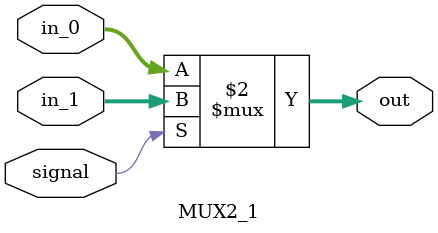
<source format=v>
`timescale 1ns / 1ps
module MUX2_1(
    input [31:0] in_0,
    input [31:0] in_1,
    output [31:0] out,
    input signal
    );
	assign out = (signal == 1'b0) ? in_0 : in_1;
					 

endmodule
</source>
